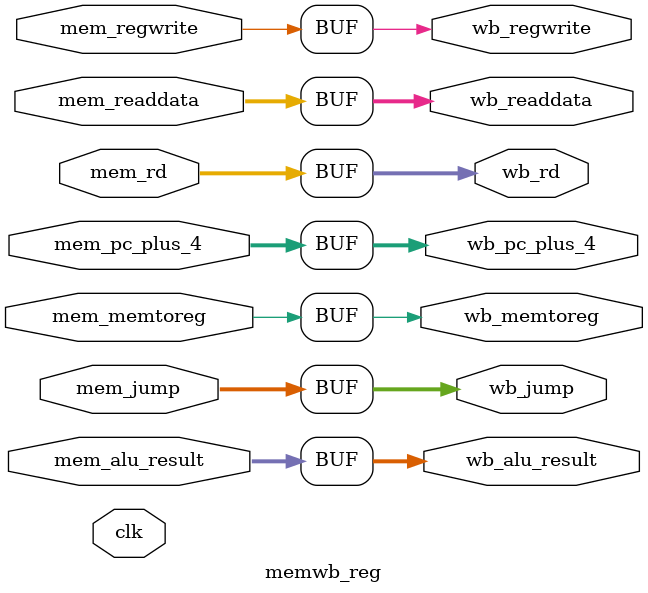
<source format=v>


module memwb_reg #(
  parameter DATA_WIDTH = 32
)(
  // TODO: Add flush or stall signal if it is needed

  //////////////////////////////////////
  // Inputs
  //////////////////////////////////////
  input clk,

  input [DATA_WIDTH-1:0] mem_pc_plus_4,

  // wb control
  input [1:0] mem_jump,
  input mem_memtoreg,
  input mem_regwrite,
  
  input [DATA_WIDTH-1:0] mem_readdata,
  input [DATA_WIDTH-1:0] mem_alu_result,
  input [4:0] mem_rd,
  
  //////////////////////////////////////
  // Outputs
  //////////////////////////////////////
  output [DATA_WIDTH-1:0] wb_pc_plus_4,

  // wb control
  output [1:0] wb_jump,
  output wb_memtoreg,
  output wb_regwrite,
  
  output [DATA_WIDTH-1:0] wb_readdata,
  output [DATA_WIDTH-1:0] wb_alu_result,
  output [4:0] wb_rd
);

// TODO: Implement MEM/WB pipeline register module

reg [DATA_WIDTH-1:0] wb_pc_plus_4;

// wb control
reg [1:0] wb_jump;
reg wb_memtoreg;
reg wb_regwrite;

reg [DATA_WIDTH-1:0] wb_readdata;
reg [DATA_WIDTH-1:0] wb_alu_result;
reg [4:0] wb_rd;

always @(*) begin
  mem_pc_plus_4 <= wb_pc_plus_4;

  mem_jump <= wb_jump;
  mem_memtoreg <= wb_memtoreg;
  mem_regwrite <= wb_regwrite;

  mem_readdata <= wb_readdata;
  mem_alu_result <= wb_alu_result;
  mem_rd <= wb_rd;
end

endmodule

</source>
